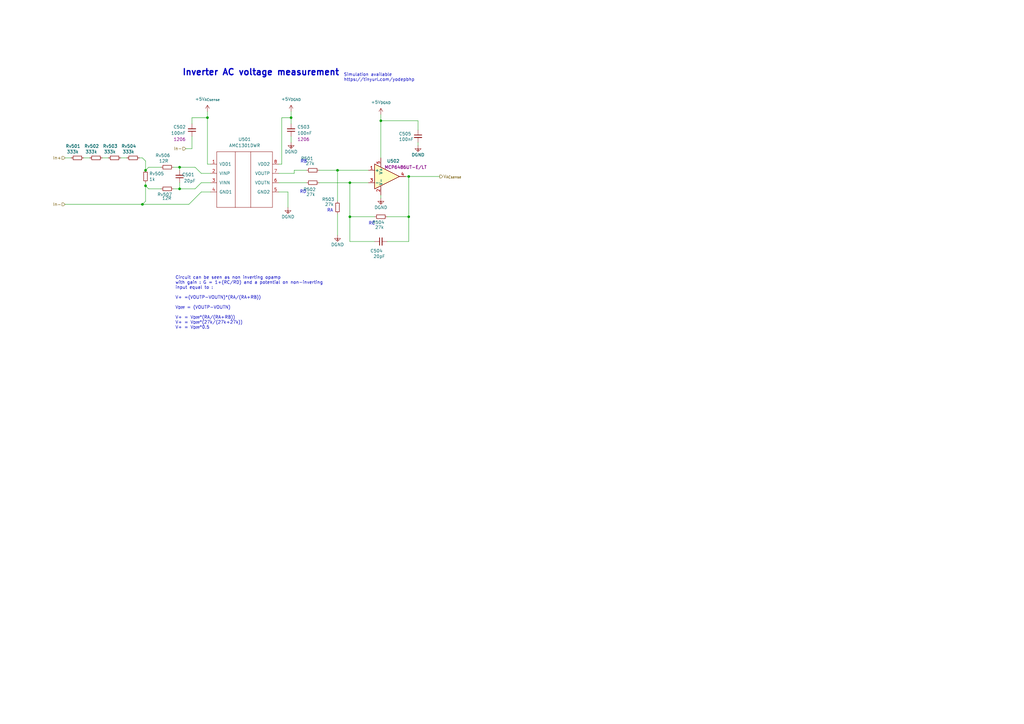
<source format=kicad_sch>
(kicad_sch (version 20250114) (generator "eeschema") (generator_version "9.0")
  (paper "A3")
  (title_block (title "Micro-inverter - 400W") (date "2024-02-06") (comment 1 "JAL"))
  (lib_symbols
    (symbol "Device:C_Small" (pin_numbers (hide yes)) (pin_names (offset 0.254) (hide yes))
      (property "Reference" "C" (at 0.254 1.778 0))
      (property "Value" "C_Small" (at 0.254 -2.032 0))
      (symbol "C_Small_0_1"
        (polyline (pts (xy -1.524 0.508) (xy 1.524 0.508)) (stroke (width 0.3048)))
        (polyline (pts (xy -1.524 -0.508) (xy 1.524 -0.508)) (stroke (width 0.3302)))
      )
      (symbol "C_Small_1_1"
        (pin passive line (at 0 2.54 270) (length 2.032) (name "~") (number "1"))
        (pin passive line (at 0 -2.54 90) (length 2.032) (name "~") (number "2"))
      )
    )
    (symbol "Device:R_Small" (pin_numbers (hide yes)) (pin_names (offset 0.254) (hide yes))
      (property "Reference" "R" (at 0.762 0.508 0))
      (property "Value" "R_Small" (at 0.762 -1.016 0))
      (symbol "R_Small_0_1"
        (rectangle (start -0.762 1.778) (end 0.762 -1.778) (stroke (width 0.2032)))
      )
      (symbol "R_Small_1_1"
        (pin passive line (at 0 2.54 270) (length 0.762) (name "~") (number "1"))
        (pin passive line (at 0 -2.54 90) (length 0.762) (name "~") (number "2"))
      )
    )
    (symbol "R_Small_14" (pin_numbers (hide yes)) (pin_names (offset 0.254) (hide yes))
      (property "Reference" "R" (at 0.762 0.508 0))
      (property "Value" "R_Small_14" (at 0.762 -1.016 0))
      (symbol "R_Small_14_0_1"
        (rectangle (start -0.762 1.778) (end 0.762 -1.778) (stroke (width 0.2032)))
      )
      (symbol "R_Small_14_1_1"
        (pin passive line (at 0 2.54 270) (length 0.762) (name "~") (number "1"))
        (pin passive line (at 0 -2.54 90) (length 0.762) (name "~") (number "2"))
      )
    )
    (symbol "Symbols:+12V_PGND" (power) (in_bom no) (on_board no)
      (property "Value" "+12V_PGND" (at -0.127 3.81 0))
      (symbol "+12V_PGND_0_1"
        (polyline (pts (xy -0.762 1.27) (xy 0 2.54)))
        (polyline (pts (xy 0 2.54) (xy 0.762 1.27)))
        (polyline (pts (xy 0 0) (xy 0 2.54)))
      )
      (symbol "+12V_PGND_1_1"
        (pin power_in line (at 0 0 90) (length 0) (hide yes) (name "+12V_PGND") (number "1"))
      )
    )
    (symbol "Symbols:AMC1100" (pin_names (offset 1.016))
      (property "Reference" "U" (at 0 -6.35 0))
      (property "Value" "AMC1100" (at 0 -8.89 0))
      (symbol "AMC1100_0_1"
        (rectangle (start -11.43 12.7) (end 11.43 -10.16))
        (polyline (pts (xy -3.81 12.7) (xy -3.81 -10.16)))
        (polyline (pts (xy 2.54 12.7) (xy 2.54 -10.16)))
      )
      (symbol "AMC1100_1_1"
        (pin power_in line (at -13.97 7.62 0) (length 2.54) (name "VDD1") (number "1"))
        (pin input line (at -13.97 3.81 0) (length 2.54) (name "VINP") (number "2"))
        (pin input line (at -13.97 0 0) (length 2.54) (name "VINN") (number "3"))
        (pin power_in line (at -13.97 -3.81 0) (length 2.54) (name "GND1") (number "4"))
        (pin power_in line (at 13.97 7.62 180) (length 2.54) (name "VDD2") (number "8"))
        (pin output line (at 13.97 3.81 180) (length 2.54) (name "VOUTP") (number "7"))
        (pin output line (at 13.97 0 180) (length 2.54) (name "VOUTN") (number "6"))
        (pin power_in line (at 13.97 -3.81 180) (length 2.54) (name "GND2") (number "5"))
      )
    )
    (symbol "Symbols:DGND" (power) (pin_names (offset 0))
      (property "Value" "DGND" (at 0 -3.81 0))
      (symbol "DGND_0_0"
        (text "D" (at 0 -1.778 0) (effects (font (size 0.63 0.63))))
      )
      (symbol "DGND_0_1"
        (polyline (pts (xy 0 0) (xy 0 -1.27) (xy 1.27 -1.27) (xy 0 -2.54) (xy -1.27 -1.27) (xy 0 -1.27)))
      )
      (symbol "DGND_1_1"
        (pin power_in line (at 0 0 270) (length 0) (hide yes) (name "DGND") (number "1"))
      )
    )
    (symbol "Symbols:MCP6486UT-E/LT " (pin_names (offset 0.127))
      (property "Reference" "U205" (at 3.81 7.62 0))
      (property "manf#" "MCP6486UT-E/LT " (at 12.7 5.08 0))
      (symbol "MCP6486UT-E/LT _0_1"
        (polyline (pts (xy -2.54 5.08) (xy -2.54 -5.08) (xy 7.62 0) (xy -2.54 5.08)) (stroke (width 0.254)) (fill (type background)))
      )
      (symbol "MCP6486UT-E/LT _1_1"
        (pin input line (at -5.08 2.54 0) (length 2.54) (name "+") (number "1"))
        (pin input line (at -5.08 -2.54 0) (length 2.54) (name "-") (number "3"))
        (pin power_in line (at 0 7.62 270) (length 3.81) (name "V+") (number "5"))
        (pin power_in line (at 0 -7.62 90) (length 3.81) (name "V-") (number "2"))
        (pin output line (at 10.16 0 180) (length 2.54) (name "~") (number "4"))
      )
    )
  )
  (text "RB" (at 123.19 67.056 0) (effects (font (size 1.27 1.27)) (justify left bottom)))
  (text "Circuit can be seen as non inverting opamp\nwith gain : G = 1+(RC/RD) and a potential on non-inverting\ninput equal to :\n\nV+ =(VOUTP-VOUTN)*(RA/(RA+RB))\n\nV_{Diff} = (VOUTP-VOUTN)\n\nV+ = V_{Diff}*(RA/(RA+RB))\nV+ = V_{Diff}*(27k/(27k+27k))\nV+ = V_{Diff}*0.5" (at 71.882 135.128 0) (effects (font (size 1.27 1.27)) (justify left bottom)))
  (text "RD" (at 122.936 79.502 0) (effects (font (size 1.27 1.27)) (justify left bottom)))
  (text "Inverter AC voltage measurement" (at 74.676 31.242 0) (effects (font (size 2.54 2.54) (thickness 0.5) (bold yes)) (justify left bottom)))
  (text "RA" (at 134.112 87.122 0) (effects (font (size 1.27 1.27)) (justify left bottom)))
  (text "Simulation available\nhttps://tinyurl.com/yodepbhp\n\n" (at 140.97 35.56 0) (effects (font (size 1.27 1.27)) (justify left bottom)))
  (text "RC" (at 151.13 92.456 0) (effects (font (size 1.27 1.27)) (justify left bottom)))
  (junction (at 73.66 68.58))
  (junction (at 59.69 76.2))
  (junction (at 138.43 69.85))
  (junction (at 167.64 72.39))
  (junction (at 73.66 77.47))
  (junction (at 156.21 49.53))
  (junction (at 143.51 88.9))
  (junction (at 119.38 48.26))
  (junction (at 59.69 69.85))
  (junction (at 143.51 74.93))
  (junction (at 167.64 88.9))
  (junction (at 85.09 48.26))
  (junction (at 58.42 83.82))
  (wire (pts (xy 120.65 71.12) (xy 114.3 71.12)))
  (wire (pts (xy 85.09 67.31) (xy 86.36 67.31)))
  (wire (pts (xy 71.12 68.58) (xy 73.66 68.58)))
  (wire (pts (xy 58.42 64.77) (xy 59.69 66.04)))
  (wire (pts (xy 59.69 66.04) (xy 59.69 69.85)))
  (wire (pts (xy 119.38 45.72) (xy 119.38 48.26)))
  (wire (pts (xy 78.74 48.26) (xy 78.74 50.8)))
  (wire (pts (xy 118.11 78.74) (xy 118.11 85.09)))
  (wire (pts (xy 60.96 77.47) (xy 66.04 77.47)) (stroke (width 0.1524)))
  (wire (pts (xy 138.43 69.85) (xy 151.13 69.85)))
  (wire (pts (xy 59.69 69.85) (xy 60.96 68.58)))
  (wire (pts (xy 78.74 60.96) (xy 76.2 60.96)) (stroke (width 0.1524)))
  (wire (pts (xy 143.51 88.9) (xy 153.67 88.9)))
  (wire (pts (xy 26.67 64.77) (xy 29.21 64.77)))
  (wire (pts (xy 60.96 68.58) (xy 66.04 68.58)))
  (wire (pts (xy 130.81 69.85) (xy 138.43 69.85)))
  (wire (pts (xy 143.51 88.9) (xy 143.51 99.06)))
  (wire (pts (xy 80.01 68.58) (xy 82.55 71.12)))
  (wire (pts (xy 85.09 48.26) (xy 85.09 67.31)))
  (wire (pts (xy 130.81 74.93) (xy 143.51 74.93)))
  (wire (pts (xy 114.3 78.74) (xy 118.11 78.74)))
  (wire (pts (xy 57.15 64.77) (xy 58.42 64.77)))
  (wire (pts (xy 114.3 74.93) (xy 125.73 74.93)))
  (wire (pts (xy 73.66 68.58) (xy 73.66 69.85)))
  (wire (pts (xy 119.38 48.26) (xy 119.38 50.8)))
  (wire (pts (xy 167.64 72.39) (xy 167.64 88.9)))
  (wire (pts (xy 171.45 49.53) (xy 171.45 53.34)))
  (wire (pts (xy 171.45 49.53) (xy 156.21 49.53)))
  (wire (pts (xy 153.67 99.06) (xy 143.51 99.06)))
  (wire (pts (xy 156.21 49.53) (xy 156.21 64.77)))
  (wire (pts (xy 138.43 87.63) (xy 138.43 96.52)))
  (wire (pts (xy 156.21 46.99) (xy 156.21 49.53)))
  (wire (pts (xy 119.38 48.26) (xy 115.57 48.26)))
  (wire (pts (xy 58.42 83.82) (xy 77.47 83.82)))
  (wire (pts (xy 166.37 72.39) (xy 167.64 72.39)))
  (wire (pts (xy 82.55 71.12) (xy 86.36 71.12)))
  (wire (pts (xy 59.69 82.55) (xy 58.42 83.82)) (stroke (width 0.1524)))
  (wire (pts (xy 73.66 68.58) (xy 80.01 68.58)))
  (wire (pts (xy 59.69 76.2) (xy 59.69 82.55)) (stroke (width 0.1524)))
  (wire (pts (xy 71.12 77.47) (xy 73.66 77.47)))
  (wire (pts (xy 73.66 77.47) (xy 80.01 77.47)))
  (wire (pts (xy 49.53 64.77) (xy 52.07 64.77)))
  (wire (pts (xy 156.21 80.01) (xy 156.21 81.28)))
  (wire (pts (xy 59.69 76.2) (xy 60.96 77.47)) (stroke (width 0.1524)))
  (wire (pts (xy 41.91 64.77) (xy 44.45 64.77)))
  (wire (pts (xy 34.29 64.77) (xy 36.83 64.77)))
  (wire (pts (xy 158.75 88.9) (xy 167.64 88.9)))
  (wire (pts (xy 158.75 99.06) (xy 167.64 99.06)))
  (wire (pts (xy 73.66 74.93) (xy 73.66 77.47)))
  (wire (pts (xy 115.57 48.26) (xy 115.57 67.31)))
  (wire (pts (xy 80.01 77.47) (xy 82.55 74.93)))
  (wire (pts (xy 143.51 74.93) (xy 151.13 74.93)))
  (wire (pts (xy 167.64 88.9) (xy 167.64 99.06)))
  (wire (pts (xy 143.51 74.93) (xy 143.51 88.9)))
  (wire (pts (xy 82.55 78.74) (xy 77.47 83.82)))
  (wire (pts (xy 120.65 69.85) (xy 120.65 71.12)))
  (wire (pts (xy 119.38 55.88) (xy 119.38 58.42)))
  (wire (pts (xy 125.73 69.85) (xy 120.65 69.85)))
  (wire (pts (xy 82.55 78.74) (xy 86.36 78.74)))
  (wire (pts (xy 26.67 83.82) (xy 58.42 83.82)))
  (wire (pts (xy 171.45 58.42) (xy 171.45 59.69)))
  (wire (pts (xy 85.09 45.72) (xy 85.09 48.26)))
  (wire (pts (xy 82.55 74.93) (xy 86.36 74.93)))
  (wire (pts (xy 114.3 67.31) (xy 115.57 67.31)))
  (wire (pts (xy 78.74 55.88) (xy 78.74 60.96)))
  (wire (pts (xy 59.69 74.93) (xy 59.69 76.2)) (stroke (width 0.1524)))
  (wire (pts (xy 78.74 48.26) (xy 85.09 48.26)))
  (wire (pts (xy 138.43 69.85) (xy 138.43 82.55)))
  (wire (pts (xy 167.64 72.39) (xy 180.34 72.39)))
  (hierarchical_label "V_{ACsense}" (shape output) (at 180.34 72.39 0))
  (hierarchical_label "In+" (shape input) (at 26.67 64.77 180))
  (hierarchical_label "In-" (shape input) (at 76.2 60.96 180))
  (hierarchical_label "In-" (shape input) (at 26.67 83.82 180))
  (symbol (lib_id "Device:C_Small") (at 119.38 53.34 0) (mirror x) (unit 1)
    (property "Reference" "C503" (at 121.92 52.07 0) (effects (justify left)))
    (property "Value" "100nF" (at 121.92 54.61 0) (effects (justify left)))
    (property "Footprint" "Capacitor_SMD:C_1206_3216Metric" (effects (hide yes)))
    (property "Datasheet" "${KIPRJMOD}\\datasheet\\KEM_C1002_X7R_SMD-3316098.pdf" (effects (hide yes)))
    (property "manf#" "C1206C104K5RAC7867" (effects (hide yes)))
    (property "Voltage" "50V" (effects (hide yes)))
    (property "Package" "1206" (at 124.46 57.15 0))
    (property "Functional Block" "Measurement" (effects (hide yes)))
    (property "Metal content" "BaTiO3" (effects (hide yes)))
    (property "Subfunction" "VIHigh measure" (effects (hide yes)))
    (property "Dielectric" "X7R" (effects (hide yes)))
    (property "LCSC" "C5449000" (effects (hide yes)))
  )
  (symbol (lib_id "Symbols:DGND") (at 138.43 96.52 0) (unit 1)
    (property "Reference" "#PWR021" (effects (hide yes)))
    (property "Value" "DGND" (at 138.43 100.33 0))
  )
  (symbol (lib_id "Symbols:+12V_PGND") (at 156.21 46.99 0) (unit 1) (in_bom no) (on_board no)
    (property "Reference" "#PWR022" (effects (hide yes)))
    (property "Value" "+5V_{DGND}" (at 156.21 41.91 0))
  )
  (symbol (lib_id "Device:C_Small") (at 73.66 72.39 180) (unit 1)
    (property "Reference" "C501" (at 79.756 71.628 0) (effects (justify left)))
    (property "Value" "20pF" (at 80.264 74.168 0) (effects (justify left)))
    (property "Footprint" "Footprints:C_0805_2012Metric" (effects (hide yes)))
    (property "Datasheet" "${KIPRJMOD}\\datasheet\\UPY_GP_NP0_16V_to_50V_18-1730511.pdf" (effects (hide yes)))
    (property "manf#" "CC0805JRNPO9BN200" (effects (hide yes)))
    (property "Package" "0805" (effects (hide yes)))
    (property "Dielectric" "NP0" (effects (hide yes)))
    (property "Voltage" "50V" (effects (hide yes)))
  )
  (symbol (lib_id "Symbols:DGND") (at 119.38 58.42 0) (unit 1)
    (property "Reference" "#PWR020" (effects (hide yes)))
    (property "Value" "DGND" (at 119.38 62.23 0))
  )
  (symbol (lib_id "Symbols:MCP6486UT-E/LT ") (at 156.21 72.39 0) (unit 1)
    (property "Reference" "U502" (at 161.29 66.04 0))
    (property "Value" "MCP6486UT-E/LT" (effects (hide yes)))
    (property "Footprint" "Package_TO_SOT_SMD:SOT-353_SC-70-5_Handsoldering" (effects (hide yes)))
    (property "Datasheet" "${KIPRJMOD}\\datasheets\\MCP6486.pdf" (effects (hide yes)))
    (property "manf#" "MCP6486UT-E/LT" (at 166.37 68.58 0))
    (property "Functional Block" "Measurement" (effects (hide yes)))
    (property "Subfunction" "IILow Measure" (effects (hide yes)))
    (property "LCSC" "C5224800" (effects (hide yes)))
  )
  (symbol (lib_id "Symbols:+12V_PGND") (at 119.38 45.72 0) (unit 1) (in_bom no) (on_board no)
    (property "Reference" "#PWR0110" (effects (hide yes)))
    (property "Value" "+5V_{DGND}" (at 119.38 40.64 0))
  )
  (symbol (lib_name "R_Small_14") (lib_id "Device:R_Small") (at 128.27 74.93 90) (unit 1)
    (property "Reference" "R502" (at 129.54 77.724 90) (effects (justify left)))
    (property "Value" "27k" (at 129.286 79.756 90) (effects (justify left)))
    (property "Footprint" "Footprints:R_0805_2012Metric" (effects (hide yes)))
    (property "Datasheet" "${KIPRJMOD}\\datasheet\\PYu_RT_1_to_0_01_RoHS_L_12-3003070.pdf" (effects (hide yes)))
    (property "manf#" "RT0805DRD0727KL" (effects (hide yes)))
    (property "Package" "0805" (effects (hide yes)))
    (property "Technology" "Thin film" (effects (hide yes)))
  )
  (symbol (lib_id "Device:R_Small") (at 68.58 77.47 90) (unit 1)
    (property "Reference" "Rv507" (at 70.612 79.756 90) (effects (justify left)))
    (property "Value" "12R" (at 70.358 81.28 90) (effects (justify left)))
    (property "Footprint" "Resistor_SMD:R_0805_2012Metric" (effects (hide yes)))
  )
  (symbol (lib_id "Device:R_Small") (at 31.75 64.77 90) (mirror x) (unit 1)
    (property "Reference" "Rv501" (at 32.9946 59.944 90) (effects (justify left)))
    (property "Value" "333k" (at 32.258 62.23 90) (effects (justify left)))
    (property "Footprint" "Resistor_SMD:R_0805_2012Metric" (effects (hide yes)))
  )
  (symbol (lib_id "Device:R_Small") (at 54.61 64.77 90) (mirror x) (unit 1)
    (property "Reference" "Rv504" (at 55.8546 59.944 90) (effects (justify left)))
    (property "Value" "333k" (at 55.118 62.23 90) (effects (justify left)))
    (property "Footprint" "Resistor_SMD:R_0805_2012Metric" (effects (hide yes)))
  )
  (symbol (lib_id "Device:R_Small") (at 39.37 64.77 90) (mirror x) (unit 1)
    (property "Reference" "Rv502" (at 40.6146 59.944 90) (effects (justify left)))
    (property "Value" "333k" (at 39.878 62.23 90) (effects (justify left)))
    (property "Footprint" "Resistor_SMD:R_0805_2012Metric" (effects (hide yes)))
  )
  (symbol (lib_id "Symbols:DGND") (at 171.45 59.69 0) (unit 1)
    (property "Reference" "#PWR024" (effects (hide yes)))
    (property "Value" "DGND" (at 171.45 63.5 0))
  )
  (symbol (lib_id "Device:R_Small") (at 138.43 85.09 0) (mirror y) (unit 1)
    (property "Reference" "R503" (at 137.16 81.788 0) (effects (justify left)))
    (property "Value" "27k" (at 136.906 83.82 0) (effects (justify left)))
    (property "Footprint" "Footprints:R_0805_2012Metric" (effects (hide yes)))
    (property "Datasheet" "${KIPRJMOD}\\datasheet\\PYu_RT_1_to_0_01_RoHS_L_12-3003070.pdf" (effects (hide yes)))
    (property "manf#" "RT0805DRD0727KL" (effects (hide yes)))
    (property "Package" "0805" (effects (hide yes)))
    (property "Technology" "Thin film" (effects (hide yes)))
  )
  (symbol (lib_id "Symbols:AMC1100") (at 100.33 74.93 0) (unit 1)
    (property "Reference" "U501" (at 100.33 57.15 0))
    (property "Value" "AMC1301DWR" (at 100.33 59.69 0))
    (property "Footprint" "Package_SO:SOIC-8_7.5x5.85mm_P1.27mm" (effects (hide yes)))
    (property "Datasheet" "https://www.ti.com/lit/ds/symlink/amc1100.pdf?ts=1597048467257&ref_url=https%253A%252F%252Fwww.google.com%252F" (effects (hide yes)))
    (property "Description" "±250-mV input  Fixed gain:8 (0.5%Accuracy) Fully-Differential Isolation Amplifier" (effects (hide yes)))
    (property "LCSC" "C190273" (effects (hide yes)))
  )
  (symbol (lib_id "Symbols:DGND") (at 156.21 81.28 0) (unit 1)
    (property "Reference" "#PWR023" (effects (hide yes)))
    (property "Value" "DGND" (at 156.21 85.09 0))
  )
  (symbol (lib_id "Device:C_Small") (at 171.45 55.88 0) (unit 1)
    (property "Reference" "C505" (at 163.576 54.864 0) (effects (justify left)))
    (property "Value" "100nF" (at 163.576 57.15 0) (effects (justify left)))
    (property "Footprint" "Capacitor_SMD:C_0805_2012Metric" (effects (hide yes)))
    (property "Datasheet" "${KIPRJMOD}\\datasheet\\KEM_C1002_X7R_SMD-3316098.pdf" (effects (hide yes)))
    (property "manf#" "C1206C104K5RAC7867" (effects (hide yes)))
    (property "Voltage" "50V" (effects (hide yes)))
    (property "Package" "1206" (effects (hide yes)))
    (property "Dielectric" "X7R" (effects (hide yes)))
    (property "LCSC" "C5449000" (effects (hide yes)))
  )
  (symbol (lib_id "Device:R_Small") (at 156.21 88.9 90) (unit 1)
    (property "Reference" "R504" (at 157.734 91.186 90) (effects (justify left)))
    (property "Value" "27k" (at 157.48 93.218 90) (effects (justify left)))
    (property "Footprint" "Footprints:R_0805_2012Metric" (effects (hide yes)))
    (property "Datasheet" "${KIPRJMOD}\\datasheet\\PYu_RT_1_to_0_01_RoHS_L_12-3003070.pdf" (effects (hide yes)))
    (property "manf#" "RT0805DRD0727KL" (effects (hide yes)))
    (property "Package" "0805" (effects (hide yes)))
    (property "Technology" "Thin film" (effects (hide yes)))
  )
  (symbol (lib_id "Device:R_Small") (at 46.99 64.77 90) (mirror x) (unit 1)
    (property "Reference" "Rv503" (at 48.2346 59.944 90) (effects (justify left)))
    (property "Value" "333k" (at 47.498 62.23 90) (effects (justify left)))
    (property "Footprint" "Resistor_SMD:R_0805_2012Metric" (effects (hide yes)))
  )
  (symbol (lib_id "Device:R_Small") (at 68.58 68.58 90) (mirror x) (unit 1)
    (property "Reference" "Rv506" (at 69.8246 63.754 90) (effects (justify left)))
    (property "Value" "12R" (at 69.088 66.04 90) (effects (justify left)))
    (property "Footprint" "Resistor_SMD:R_0805_2012Metric" (effects (hide yes)))
  )
  (symbol (lib_id "Symbols:DGND") (at 118.11 85.09 0) (unit 1)
    (property "Reference" "#PWR0109" (effects (hide yes)))
    (property "Value" "DGND" (at 118.11 88.9 0))
  )
  (symbol (lib_id "Device:C_Small") (at 156.21 99.06 90) (unit 1)
    (property "Reference" "C504" (at 156.972 102.87 90) (effects (justify left)))
    (property "Value" "20pF" (at 157.988 105.156 90) (effects (justify left)))
    (property "Footprint" "Footprints:C_0805_2012Metric" (effects (hide yes)))
    (property "Datasheet" "${KIPRJMOD}\\datasheet\\UPY_GP_NP0_16V_to_50V_18-1730511.pdf" (effects (hide yes)))
    (property "manf#" "CC0805JRNPO9BN200" (effects (hide yes)))
    (property "Package" "0805" (effects (hide yes)))
    (property "Dielectric" "NP0" (effects (hide yes)))
    (property "Voltage" "50V" (effects (hide yes)))
  )
  (symbol (lib_id "Device:R_Small") (at 59.69 72.39 0) (unit 1)
    (property "Reference" "Rv505" (at 61.1886 71.2216 0) (effects (justify left)))
    (property "Value" "1k" (at 61.1886 73.533 0) (effects (justify left)))
    (property "Footprint" "Resistor_SMD:R_0805_2012Metric" (effects (hide yes)))
  )
  (symbol (lib_id "Device:C_Small") (at 78.74 53.34 180) (unit 1)
    (property "Reference" "C502" (at 76.2 52.07 0) (effects (justify left)))
    (property "Value" "100nF" (at 76.2 54.61 0) (effects (justify left)))
    (property "Footprint" "Capacitor_SMD:C_1206_3216Metric" (effects (hide yes)))
    (property "Datasheet" "${KIPRJMOD}\\datasheet\\KEM_C1002_X7R_SMD-3316098.pdf" (effects (hide yes)))
    (property "manf#" "C1206C104K5RAC7867" (effects (hide yes)))
    (property "Voltage" "50V" (effects (hide yes)))
    (property "Package" "1206" (at 73.66 57.15 0))
    (property "Functional Block" "Measurement" (effects (hide yes)))
    (property "Metal content" "BaTiO3" (effects (hide yes)))
    (property "Subfunction" "VIHigh measure" (effects (hide yes)))
    (property "Dielectric" "X7R" (effects (hide yes)))
    (property "LCSC" "C5449000" (effects (hide yes)))
  )
  (symbol (lib_id "Symbols:+12V_PGND") (at 85.09 45.72 0) (unit 1) (in_bom no) (on_board no)
    (property "Reference" "#PWR0111" (effects (hide yes)))
    (property "Value" "+5V_{ACsense}" (at 85.09 40.64 0))
  )
  (symbol (lib_name "R_Small_14") (lib_id "Device:R_Small") (at 128.27 69.85 90) (unit 1)
    (property "Reference" "R501" (at 128.524 65.024 90) (effects (justify left)))
    (property "Value" "27k" (at 129.032 67.056 90) (effects (justify left)))
    (property "Footprint" "Footprints:R_0805_2012Metric" (effects (hide yes)))
    (property "Datasheet" "${KIPRJMOD}\\datasheet\\PYu_RT_1_to_0_01_RoHS_L_12-3003070.pdf" (effects (hide yes)))
    (property "manf#" "RT0805DRD0727KL" (effects (hide yes)))
    (property "Package" "0805" (effects (hide yes)))
    (property "Technology" "Thin film" (effects (hide yes)))
  )
)
</source>
